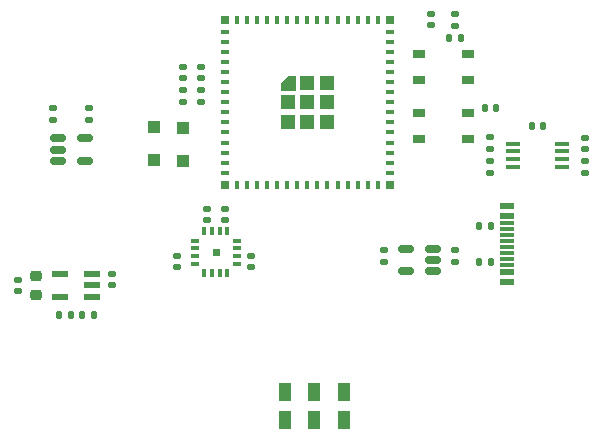
<source format=gbr>
%TF.GenerationSoftware,KiCad,Pcbnew,8.0.0*%
%TF.CreationDate,2024-05-02T00:18:50-07:00*%
%TF.ProjectId,ece16,65636531-362e-46b6-9963-61645f706362,rev?*%
%TF.SameCoordinates,Original*%
%TF.FileFunction,Paste,Top*%
%TF.FilePolarity,Positive*%
%FSLAX46Y46*%
G04 Gerber Fmt 4.6, Leading zero omitted, Abs format (unit mm)*
G04 Created by KiCad (PCBNEW 8.0.0) date 2024-05-02 00:18:50*
%MOMM*%
%LPD*%
G01*
G04 APERTURE LIST*
G04 Aperture macros list*
%AMRoundRect*
0 Rectangle with rounded corners*
0 $1 Rounding radius*
0 $2 $3 $4 $5 $6 $7 $8 $9 X,Y pos of 4 corners*
0 Add a 4 corners polygon primitive as box body*
4,1,4,$2,$3,$4,$5,$6,$7,$8,$9,$2,$3,0*
0 Add four circle primitives for the rounded corners*
1,1,$1+$1,$2,$3*
1,1,$1+$1,$4,$5*
1,1,$1+$1,$6,$7*
1,1,$1+$1,$8,$9*
0 Add four rect primitives between the rounded corners*
20,1,$1+$1,$2,$3,$4,$5,0*
20,1,$1+$1,$4,$5,$6,$7,0*
20,1,$1+$1,$6,$7,$8,$9,0*
20,1,$1+$1,$8,$9,$2,$3,0*%
G04 Aperture macros list end*
%ADD10C,0.010000*%
%ADD11R,1.050000X0.650000*%
%ADD12RoundRect,0.218750X0.256250X-0.218750X0.256250X0.218750X-0.256250X0.218750X-0.256250X-0.218750X0*%
%ADD13R,1.000000X1.600000*%
%ADD14RoundRect,0.135000X-0.185000X0.135000X-0.185000X-0.135000X0.185000X-0.135000X0.185000X0.135000X0*%
%ADD15RoundRect,0.150000X-0.512500X-0.150000X0.512500X-0.150000X0.512500X0.150000X-0.512500X0.150000X0*%
%ADD16RoundRect,0.140000X0.170000X-0.140000X0.170000X0.140000X-0.170000X0.140000X-0.170000X-0.140000X0*%
%ADD17R,0.800000X0.400000*%
%ADD18R,0.400000X0.800000*%
%ADD19R,1.200000X1.200000*%
%ADD20R,0.800000X0.800000*%
%ADD21RoundRect,0.135000X0.135000X0.185000X-0.135000X0.185000X-0.135000X-0.185000X0.135000X-0.185000X0*%
%ADD22R,1.320800X0.558800*%
%ADD23RoundRect,0.140000X-0.170000X0.140000X-0.170000X-0.140000X0.170000X-0.140000X0.170000X0.140000X0*%
%ADD24RoundRect,0.140000X-0.140000X-0.170000X0.140000X-0.170000X0.140000X0.170000X-0.140000X0.170000X0*%
%ADD25RoundRect,0.150000X0.512500X0.150000X-0.512500X0.150000X-0.512500X-0.150000X0.512500X-0.150000X0*%
%ADD26R,1.150000X0.600000*%
%ADD27R,1.150000X0.300000*%
%ADD28RoundRect,0.140000X0.140000X0.170000X-0.140000X0.170000X-0.140000X-0.170000X0.140000X-0.170000X0*%
%ADD29RoundRect,0.250000X0.300000X-0.300000X0.300000X0.300000X-0.300000X0.300000X-0.300000X-0.300000X0*%
%ADD30R,0.370000X0.650000*%
%ADD31R,0.650000X0.370000*%
%ADD32RoundRect,0.147500X-0.172500X0.147500X-0.172500X-0.147500X0.172500X-0.147500X0.172500X0.147500X0*%
%ADD33RoundRect,0.250000X-0.300000X0.300000X-0.300000X-0.300000X0.300000X-0.300000X0.300000X0.300000X0*%
%ADD34R,1.250000X0.460000*%
%ADD35RoundRect,0.135000X-0.135000X-0.185000X0.135000X-0.185000X0.135000X0.185000X-0.135000X0.185000X0*%
G04 APERTURE END LIST*
D10*
%TO.C,U2*%
X134450000Y-45950000D02*
X133250000Y-45950000D01*
X133250000Y-45350000D01*
X133850000Y-44750000D01*
X134450000Y-44750000D01*
X134450000Y-45950000D01*
G36*
X134450000Y-45950000D02*
G01*
X133250000Y-45950000D01*
X133250000Y-45350000D01*
X133850000Y-44750000D01*
X134450000Y-44750000D01*
X134450000Y-45950000D01*
G37*
%TO.C,U3*%
X128000207Y-59925207D02*
X127500000Y-59925207D01*
X127500000Y-59425000D01*
X128000207Y-59425000D01*
X128000207Y-59925207D01*
G36*
X128000207Y-59925207D02*
G01*
X127500000Y-59925207D01*
X127500000Y-59425000D01*
X128000207Y-59425000D01*
X128000207Y-59925207D01*
G37*
%TD*%
D11*
%TO.C,SW2*%
X144925000Y-47925000D03*
X149075000Y-47925000D03*
X144925000Y-50075000D03*
X149075000Y-50075000D03*
%TD*%
D12*
%TO.C,D4*%
X112500000Y-63287500D03*
X112500000Y-61712500D03*
%TD*%
D13*
%TO.C,S1*%
X133600000Y-71500000D03*
X133600000Y-73900000D03*
X136100000Y-71500000D03*
X136100000Y-73900000D03*
X138600000Y-71500000D03*
X138600000Y-73900000D03*
%TD*%
D14*
%TO.C,R4*%
X125000000Y-45990000D03*
X125000000Y-47010000D03*
%TD*%
D15*
%TO.C,U1*%
X114362500Y-50050000D03*
X114362500Y-51000000D03*
X114362500Y-51950000D03*
X116637500Y-51950000D03*
X116637500Y-50050000D03*
%TD*%
D16*
%TO.C,C10*%
X148000000Y-60480000D03*
X148000000Y-59520000D03*
%TD*%
D17*
%TO.C,U2*%
X128500000Y-41050000D03*
X128500000Y-41900000D03*
X128500000Y-42750000D03*
X128500000Y-43600000D03*
X128500000Y-44450000D03*
X128500000Y-45300000D03*
X128500000Y-46150000D03*
X128500000Y-47000000D03*
X128500000Y-47850000D03*
X128500000Y-48700000D03*
X128500000Y-49550000D03*
X128500000Y-50400000D03*
X128500000Y-51250000D03*
X128500000Y-52100000D03*
X128500000Y-52950000D03*
D18*
X129550000Y-54000000D03*
X130400000Y-54000000D03*
X131250000Y-54000000D03*
X132100000Y-54000000D03*
X132950000Y-54000000D03*
X133800000Y-54000000D03*
X134650000Y-54000000D03*
X135500000Y-54000000D03*
X136350000Y-54000000D03*
X137200000Y-54000000D03*
X138050000Y-54000000D03*
X138900000Y-54000000D03*
X139750000Y-54000000D03*
X140600000Y-54000000D03*
X141450000Y-54000000D03*
D17*
X142500000Y-52950000D03*
X142500000Y-52100000D03*
X142500000Y-51250000D03*
X142500000Y-50400000D03*
X142500000Y-49550000D03*
X142500000Y-48700000D03*
X142500000Y-47850000D03*
X142500000Y-47000000D03*
X142500000Y-46150000D03*
X142500000Y-45300000D03*
X142500000Y-44450000D03*
X142500000Y-43600000D03*
X142500000Y-42750000D03*
X142500000Y-41900000D03*
X142500000Y-41050000D03*
D18*
X141450000Y-40000000D03*
X140600000Y-40000000D03*
X139750000Y-40000000D03*
X138900000Y-40000000D03*
X138050000Y-40000000D03*
X137200000Y-40000000D03*
X136350000Y-40000000D03*
X135500000Y-40000000D03*
X134650000Y-40000000D03*
X133800000Y-40000000D03*
X132950000Y-40000000D03*
X132100000Y-40000000D03*
X131250000Y-40000000D03*
X130400000Y-40000000D03*
X129550000Y-40000000D03*
D19*
X135500000Y-47000000D03*
X135500000Y-45350000D03*
X137150000Y-45350000D03*
X137150000Y-47000000D03*
X137150000Y-48650000D03*
X135500000Y-48650000D03*
X133850000Y-48650000D03*
X133850000Y-47000000D03*
D20*
X128500000Y-40000000D03*
X128500000Y-54000000D03*
X142500000Y-54000000D03*
X142500000Y-40000000D03*
%TD*%
D21*
%TO.C,R15*%
X115448400Y-65000000D03*
X114428400Y-65000000D03*
%TD*%
D22*
%TO.C,MCP73831T1*%
X117300000Y-63439800D03*
X117300000Y-62500000D03*
X117300000Y-61560200D03*
X114556800Y-61560200D03*
X114556800Y-63439800D03*
%TD*%
D14*
%TO.C,R5*%
X126500000Y-45990000D03*
X126500000Y-47010000D03*
%TD*%
D23*
%TO.C,C19*%
X111000000Y-62020000D03*
X111000000Y-62980000D03*
%TD*%
%TO.C,C7*%
X130750000Y-60020000D03*
X130750000Y-60980000D03*
%TD*%
D16*
%TO.C,C1*%
X128500000Y-56980000D03*
X128500000Y-56020000D03*
%TD*%
D24*
%TO.C,C17*%
X154500000Y-48965000D03*
X155460000Y-48965000D03*
%TD*%
D16*
%TO.C,C16*%
X158980000Y-50945000D03*
X158980000Y-49985000D03*
%TD*%
D25*
%TO.C,U5*%
X146137500Y-61275000D03*
X146137500Y-60325000D03*
X146137500Y-59375000D03*
X143862500Y-59375000D03*
X143862500Y-61275000D03*
%TD*%
D26*
%TO.C,USB4105-GF-A1*%
X152407500Y-62200000D03*
X152407500Y-61400000D03*
D27*
X152407500Y-60250000D03*
X152407500Y-59250000D03*
X152407500Y-58750000D03*
X152407500Y-57750000D03*
D26*
X152407500Y-55800000D03*
X152407500Y-56600000D03*
D27*
X152407500Y-57250000D03*
X152407500Y-58250000D03*
X152407500Y-59750000D03*
X152407500Y-60750000D03*
%TD*%
D14*
%TO.C,R2*%
X148000000Y-39490000D03*
X148000000Y-40510000D03*
%TD*%
D28*
%TO.C,C4*%
X151480000Y-47500000D03*
X150520000Y-47500000D03*
%TD*%
D29*
%TO.C,D1*%
X122500000Y-51900000D03*
X122500000Y-49100000D03*
%TD*%
D16*
%TO.C,C21*%
X125000000Y-44980000D03*
X125000000Y-44020000D03*
%TD*%
D11*
%TO.C,SW1*%
X144925000Y-42925000D03*
X149075000Y-42925000D03*
X144925000Y-45075000D03*
X149075000Y-45075000D03*
%TD*%
D30*
%TO.C,U3*%
X126775000Y-61425000D03*
X127425000Y-61425000D03*
X128075000Y-61425000D03*
X128725000Y-61425000D03*
D31*
X129500000Y-60650000D03*
X129500000Y-60000000D03*
X129500000Y-59350000D03*
X129500000Y-58700000D03*
D30*
X128725000Y-57925000D03*
X128075000Y-57925000D03*
X127425000Y-57925000D03*
X126775000Y-57925000D03*
D31*
X126000000Y-58700000D03*
X126000000Y-59350000D03*
X126000000Y-60000000D03*
X126000000Y-60650000D03*
%TD*%
D21*
%TO.C,R7*%
X151010000Y-60500000D03*
X149990000Y-60500000D03*
%TD*%
D14*
%TO.C,R1*%
X150980000Y-51955000D03*
X150980000Y-52975000D03*
%TD*%
D16*
%TO.C,C11*%
X142000000Y-60480000D03*
X142000000Y-59520000D03*
%TD*%
D23*
%TO.C,C5*%
X117000000Y-47520000D03*
X117000000Y-48480000D03*
%TD*%
D21*
%TO.C,R6*%
X151010000Y-57500000D03*
X149990000Y-57500000D03*
%TD*%
D32*
%TO.C,L1*%
X158980000Y-51980000D03*
X158980000Y-52950000D03*
%TD*%
D28*
%TO.C,C9*%
X148480000Y-41575000D03*
X147520000Y-41575000D03*
%TD*%
D23*
%TO.C,C18*%
X118928400Y-61520000D03*
X118928400Y-62480000D03*
%TD*%
D33*
%TO.C,D2*%
X125000000Y-49145000D03*
X125000000Y-51945000D03*
%TD*%
D16*
%TO.C,C20*%
X126500000Y-44980000D03*
X126500000Y-44020000D03*
%TD*%
%TO.C,C2*%
X127000000Y-56980000D03*
X127000000Y-56020000D03*
%TD*%
D34*
%TO.C,PAM2401-SCADJ1*%
X157090000Y-52440000D03*
X157090000Y-51790000D03*
X157090000Y-51140000D03*
X157090000Y-50490000D03*
X152870000Y-50490000D03*
X152870000Y-51140000D03*
X152870000Y-51790000D03*
X152870000Y-52440000D03*
%TD*%
D23*
%TO.C,C6*%
X114000000Y-47520000D03*
X114000000Y-48480000D03*
%TD*%
%TO.C,C3*%
X146000000Y-39520000D03*
X146000000Y-40480000D03*
%TD*%
D35*
%TO.C,R13*%
X116418400Y-65000000D03*
X117438400Y-65000000D03*
%TD*%
D14*
%TO.C,R3*%
X150980000Y-49955000D03*
X150980000Y-50975000D03*
%TD*%
D23*
%TO.C,C8*%
X124500000Y-60020000D03*
X124500000Y-60980000D03*
%TD*%
M02*

</source>
